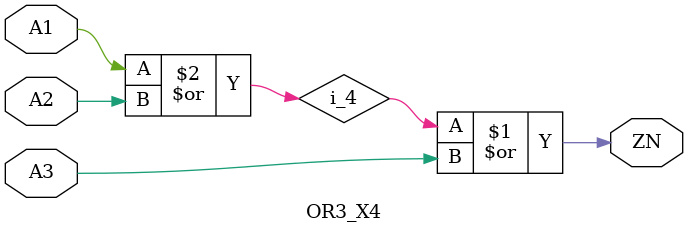
<source format=v>
module OR3_X4 (A1, A2, A3, ZN);
  input A1;
  input A2;
  input A3;
  output ZN;
  or(ZN, i_4, A3);
  or(i_4, A1, A2);
  specify
    (A1 => ZN) = (0.1, 0.1);
    (A2 => ZN) = (0.1, 0.1);
    (A3 => ZN) = (0.1, 0.1);
  endspecify
endmodule
</source>
